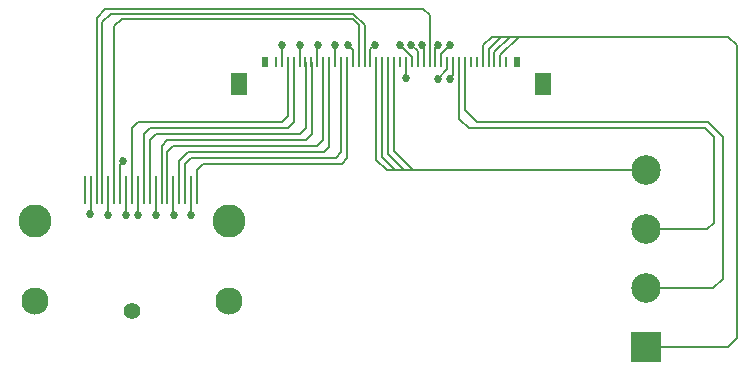
<source format=gtl>
G04 #@! TF.FileFunction,Copper,L1,Top,Signal*
%FSLAX46Y46*%
G04 Gerber Fmt 4.6, Leading zero omitted, Abs format (unit mm)*
G04 Created by KiCad (PCBNEW 4.0.7) date 07/29/18 14:43:16*
%MOMM*%
%LPD*%
G01*
G04 APERTURE LIST*
%ADD10C,0.100000*%
%ADD11C,2.500000*%
%ADD12R,2.500000X2.500000*%
%ADD13R,0.280000X2.400000*%
%ADD14C,2.800000*%
%ADD15C,2.300000*%
%ADD16C,1.400000*%
%ADD17R,0.250000X0.900000*%
%ADD18R,0.550000X0.900000*%
%ADD19R,1.400000X1.900000*%
%ADD20C,0.685800*%
%ADD21C,0.152400*%
G04 APERTURE END LIST*
D10*
D11*
X176530000Y-84060000D03*
X176530000Y-89060000D03*
D12*
X176530000Y-99060000D03*
D11*
X176530000Y-94060000D03*
D13*
X138500000Y-85720000D03*
X138000000Y-85720000D03*
X137500000Y-85720000D03*
X137000000Y-85720000D03*
X136500000Y-85720000D03*
X129000000Y-85720000D03*
X129500000Y-85720000D03*
X130000000Y-85720000D03*
X130500000Y-85720000D03*
X131000000Y-85720000D03*
X131500000Y-85720000D03*
X132000000Y-85720000D03*
X132500000Y-85720000D03*
X136000000Y-85720000D03*
X135500000Y-85720000D03*
X135000000Y-85720000D03*
X134500000Y-85720000D03*
X134000000Y-85720000D03*
X133500000Y-85720000D03*
D14*
X124750000Y-88320000D03*
D15*
X124750000Y-95100000D03*
D16*
X133000000Y-96000000D03*
D15*
X141250000Y-95100000D03*
D14*
X141250000Y-88320000D03*
D13*
X133000000Y-85720000D03*
D17*
X145190000Y-74930000D03*
X145690000Y-74930000D03*
X146190000Y-74930000D03*
X146690000Y-74930000D03*
X147190000Y-74930000D03*
X147690000Y-74930000D03*
X148190000Y-74930000D03*
X148690000Y-74930000D03*
X149190000Y-74930000D03*
X149690000Y-74930000D03*
X150190000Y-74930000D03*
X150690000Y-74930000D03*
X151190000Y-74930000D03*
X151690000Y-74930000D03*
X152190000Y-74930000D03*
X152690000Y-74930000D03*
X153190000Y-74930000D03*
X153690000Y-74930000D03*
X154190000Y-74930000D03*
X154690000Y-74930000D03*
X155190000Y-74930000D03*
X155690000Y-74930000D03*
X156190000Y-74930000D03*
X156690000Y-74930000D03*
X157190000Y-74930000D03*
X157690000Y-74930000D03*
X158190000Y-74930000D03*
X158690000Y-74930000D03*
X159190000Y-74930000D03*
X159690000Y-74930000D03*
X160190000Y-74930000D03*
X160690000Y-74930000D03*
X161190000Y-74930000D03*
X161690000Y-74930000D03*
X162190000Y-74930000D03*
X162690000Y-74930000D03*
X163190000Y-74930000D03*
X163690000Y-74930000D03*
X164190000Y-74930000D03*
X164690000Y-74930000D03*
D18*
X144290000Y-74930000D03*
X165590000Y-74930000D03*
D19*
X142090000Y-76750000D03*
X167790000Y-76750000D03*
D20*
X129476500Y-87757000D03*
X131000500Y-87820500D03*
X132270500Y-83312000D03*
X132524500Y-87820500D03*
X133477000Y-87820500D03*
X135001000Y-87820500D03*
X136525000Y-87820500D03*
X137985500Y-87820500D03*
X158877000Y-76327000D03*
X159893000Y-76327000D03*
X159956500Y-73469500D03*
X158940500Y-73469500D03*
X156210000Y-76263500D03*
X155702000Y-73469500D03*
X156654500Y-73469500D03*
X157543500Y-73469500D03*
X153543000Y-73469500D03*
X145669000Y-73469500D03*
X147193000Y-73469500D03*
X148717000Y-73469500D03*
X151257000Y-73469500D03*
X150177500Y-73469500D03*
D21*
X155190000Y-74930000D02*
X155190000Y-82440000D01*
X155190000Y-82440000D02*
X156810000Y-84060000D01*
X154690000Y-74930000D02*
X154690000Y-82690000D01*
X156000000Y-84000000D02*
X156000000Y-84060000D01*
X156060000Y-84060000D02*
X156000000Y-84000000D01*
X154690000Y-82690000D02*
X156060000Y-84060000D01*
X154190000Y-74930000D02*
X154190000Y-82940000D01*
X155250000Y-84000000D02*
X155250000Y-84060000D01*
X155310000Y-84060000D02*
X155250000Y-84000000D01*
X154190000Y-82940000D02*
X155310000Y-84060000D01*
X153690000Y-74930000D02*
X153690000Y-83190000D01*
X154560000Y-84060000D02*
X155250000Y-84060000D01*
X155250000Y-84060000D02*
X156000000Y-84060000D01*
X156000000Y-84060000D02*
X156810000Y-84060000D01*
X156810000Y-84060000D02*
X176530000Y-84060000D01*
X153690000Y-83190000D02*
X154560000Y-84060000D01*
X176530000Y-89060000D02*
X181690000Y-89060000D01*
X160690000Y-79690000D02*
X160690000Y-74930000D01*
X161500000Y-80500000D02*
X160690000Y-79690000D01*
X181500000Y-80500000D02*
X161500000Y-80500000D01*
X182250000Y-81250000D02*
X181500000Y-80500000D01*
X182250000Y-88500000D02*
X182250000Y-81250000D01*
X181690000Y-89060000D02*
X182250000Y-88500000D01*
X164190000Y-74930000D02*
X164190000Y-74310000D01*
X164190000Y-74310000D02*
X165750000Y-72750000D01*
X163690000Y-74930000D02*
X163690000Y-74060000D01*
X165000000Y-72750000D02*
X164750000Y-72750000D01*
X163690000Y-74060000D02*
X165000000Y-72750000D01*
X163190000Y-74930000D02*
X163190000Y-73810000D01*
X164250000Y-72750000D02*
X164000000Y-72750000D01*
X163190000Y-73810000D02*
X164250000Y-72750000D01*
X176530000Y-99060000D02*
X183440000Y-99060000D01*
X162750000Y-73500000D02*
X162750000Y-74870000D01*
X163500000Y-72750000D02*
X162750000Y-73500000D01*
X183500000Y-72750000D02*
X165750000Y-72750000D01*
X165750000Y-72750000D02*
X164750000Y-72750000D01*
X164750000Y-72750000D02*
X164000000Y-72750000D01*
X164000000Y-72750000D02*
X163500000Y-72750000D01*
X184250000Y-73500000D02*
X183500000Y-72750000D01*
X184250000Y-98250000D02*
X184250000Y-73500000D01*
X183440000Y-99060000D02*
X184250000Y-98250000D01*
X162750000Y-74870000D02*
X162690000Y-74930000D01*
X176530000Y-94060000D02*
X182190000Y-94060000D01*
X161190000Y-78940000D02*
X161190000Y-74930000D01*
X162250000Y-80000000D02*
X161190000Y-78940000D01*
X181750000Y-80000000D02*
X162250000Y-80000000D01*
X183000000Y-81250000D02*
X181750000Y-80000000D01*
X183000000Y-93250000D02*
X183000000Y-81250000D01*
X182190000Y-94060000D02*
X183000000Y-93250000D01*
X138500000Y-85720000D02*
X138500000Y-84000000D01*
X151190000Y-83060000D02*
X151190000Y-74930000D01*
X150750000Y-83500000D02*
X151190000Y-83060000D01*
X139000000Y-83500000D02*
X150750000Y-83500000D01*
X138500000Y-84000000D02*
X139000000Y-83500000D01*
X129500000Y-85720000D02*
X129500000Y-87733500D01*
X129500000Y-87733500D02*
X129476500Y-87757000D01*
X131000000Y-85720000D02*
X131000000Y-87820000D01*
X131000000Y-87820000D02*
X131000500Y-87820500D01*
X132000000Y-85720000D02*
X132000000Y-83582500D01*
X132000000Y-83582500D02*
X132270500Y-83312000D01*
X132500000Y-85720000D02*
X132500000Y-87796000D01*
X132500000Y-87796000D02*
X132524500Y-87820500D01*
X133500000Y-85720000D02*
X133500000Y-87797500D01*
X133500000Y-87797500D02*
X133477000Y-87820500D01*
X135000000Y-85720000D02*
X135000000Y-87819500D01*
X135000000Y-87819500D02*
X135001000Y-87820500D01*
X136500000Y-85720000D02*
X136500000Y-87795500D01*
X136500000Y-87795500D02*
X136525000Y-87820500D01*
X138000000Y-85720000D02*
X138000000Y-87806000D01*
X138000000Y-87806000D02*
X137985500Y-87820500D01*
X159690000Y-74930000D02*
X159690000Y-75514000D01*
X159690000Y-75514000D02*
X158877000Y-76327000D01*
X160190000Y-74930000D02*
X160190000Y-76030000D01*
X160190000Y-76030000D02*
X159893000Y-76327000D01*
X159190000Y-74930000D02*
X159190000Y-74236000D01*
X159190000Y-74236000D02*
X159956500Y-73469500D01*
X158690000Y-74930000D02*
X158690000Y-73720000D01*
X158690000Y-73720000D02*
X158940500Y-73469500D01*
X156190000Y-74930000D02*
X156190000Y-76243500D01*
X156190000Y-76243500D02*
X156210000Y-76263500D01*
X156690000Y-74930000D02*
X156690000Y-74457500D01*
X156690000Y-74457500D02*
X155702000Y-73469500D01*
X157190000Y-74930000D02*
X157190000Y-74005000D01*
X157190000Y-74005000D02*
X156654500Y-73469500D01*
X157690000Y-74930000D02*
X157690000Y-73616000D01*
X157690000Y-73616000D02*
X157543500Y-73469500D01*
X153190000Y-74930000D02*
X153190000Y-73822500D01*
X153190000Y-73822500D02*
X153543000Y-73469500D01*
X145690000Y-74930000D02*
X145690000Y-73490500D01*
X145690000Y-73490500D02*
X145669000Y-73469500D01*
X147190000Y-74930000D02*
X147190000Y-73472500D01*
X147190000Y-73472500D02*
X147193000Y-73469500D01*
X148690000Y-74930000D02*
X148690000Y-73496500D01*
X148690000Y-73496500D02*
X148717000Y-73469500D01*
X151690000Y-74930000D02*
X151690000Y-73902500D01*
X151690000Y-73902500D02*
X151257000Y-73469500D01*
X150190000Y-74930000D02*
X150190000Y-73482000D01*
X150190000Y-73482000D02*
X150177500Y-73469500D01*
X137500000Y-85720000D02*
X137500000Y-83500000D01*
X150690000Y-82560000D02*
X150690000Y-74930000D01*
X150250000Y-83000000D02*
X150690000Y-82560000D01*
X138000000Y-83000000D02*
X150250000Y-83000000D01*
X137500000Y-83500000D02*
X138000000Y-83000000D01*
X137000000Y-85720000D02*
X137000000Y-83250000D01*
X137000000Y-83250000D02*
X137750000Y-82500000D01*
X137750000Y-82500000D02*
X149250000Y-82500000D01*
X149250000Y-82500000D02*
X149690000Y-82060000D01*
X149690000Y-82060000D02*
X149690000Y-74930000D01*
X130000000Y-85720000D02*
X130000000Y-71135500D01*
X158190000Y-70941000D02*
X158190000Y-74930000D01*
X157670500Y-70421500D02*
X158190000Y-70941000D01*
X130714000Y-70421500D02*
X157670500Y-70421500D01*
X130000000Y-71135500D02*
X130714000Y-70421500D01*
X130500000Y-85720000D02*
X130500000Y-71493500D01*
X152690000Y-71791000D02*
X152690000Y-74930000D01*
X151701500Y-70802500D02*
X152690000Y-71791000D01*
X131191000Y-70802500D02*
X151701500Y-70802500D01*
X130500000Y-71493500D02*
X131191000Y-70802500D01*
X152190000Y-74930000D02*
X152209500Y-74910500D01*
X152209500Y-74910500D02*
X152209500Y-71755000D01*
X152209500Y-71755000D02*
X151701500Y-71247000D01*
X151701500Y-71247000D02*
X132143500Y-71247000D01*
X132143500Y-71247000D02*
X131500000Y-71890500D01*
X131500000Y-71890500D02*
X131500000Y-85720000D01*
X136000000Y-85720000D02*
X136000000Y-82500000D01*
X149190000Y-81510002D02*
X149190000Y-74930000D01*
X148700002Y-82000000D02*
X149190000Y-81510002D01*
X136500000Y-82000000D02*
X148700002Y-82000000D01*
X136000000Y-82500000D02*
X136500000Y-82000000D01*
X135500000Y-85720000D02*
X135500000Y-82000000D01*
X135500000Y-82000000D02*
X136000000Y-81500000D01*
X138000000Y-81500000D02*
X147700002Y-81500000D01*
X136000000Y-81500000D02*
X138000000Y-81500000D01*
X147700002Y-81500000D02*
X148200002Y-81000000D01*
X148200002Y-81000000D02*
X148200002Y-74940002D01*
X148200002Y-74940002D02*
X148190000Y-74930000D01*
X134500000Y-85720000D02*
X134500000Y-81500000D01*
X147700002Y-80500000D02*
X147700002Y-74940002D01*
X147200002Y-81000000D02*
X147700002Y-80500000D01*
X135000000Y-81000000D02*
X147200002Y-81000000D01*
X134500000Y-81500000D02*
X135000000Y-81000000D01*
X147700002Y-74940002D02*
X147690000Y-74930000D01*
X134000000Y-85720000D02*
X134000000Y-81000000D01*
X146700002Y-80000000D02*
X146700002Y-74940002D01*
X146200002Y-80500000D02*
X146700002Y-80000000D01*
X134500000Y-80500000D02*
X146200002Y-80500000D01*
X134000000Y-81000000D02*
X134500000Y-80500000D01*
X146700002Y-74940002D02*
X146690000Y-74930000D01*
X133000000Y-85720000D02*
X133000000Y-80500000D01*
X146200002Y-79500000D02*
X146200002Y-74940002D01*
X145700002Y-80000000D02*
X146200002Y-79500000D01*
X133500000Y-80000000D02*
X145700002Y-80000000D01*
X133000000Y-80500000D02*
X133500000Y-80000000D01*
X146200002Y-74940002D02*
X146190000Y-74930000D01*
M02*

</source>
